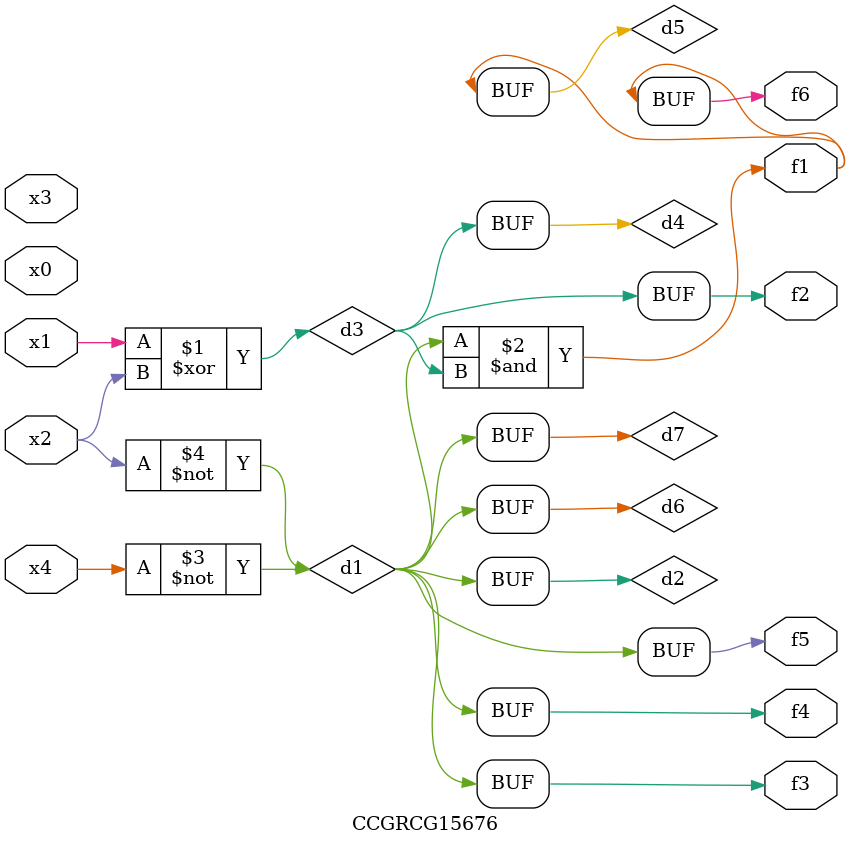
<source format=v>
module CCGRCG15676(
	input x0, x1, x2, x3, x4,
	output f1, f2, f3, f4, f5, f6
);

	wire d1, d2, d3, d4, d5, d6, d7;

	not (d1, x4);
	not (d2, x2);
	xor (d3, x1, x2);
	buf (d4, d3);
	and (d5, d1, d3);
	buf (d6, d1, d2);
	buf (d7, d2);
	assign f1 = d5;
	assign f2 = d4;
	assign f3 = d7;
	assign f4 = d7;
	assign f5 = d7;
	assign f6 = d5;
endmodule

</source>
